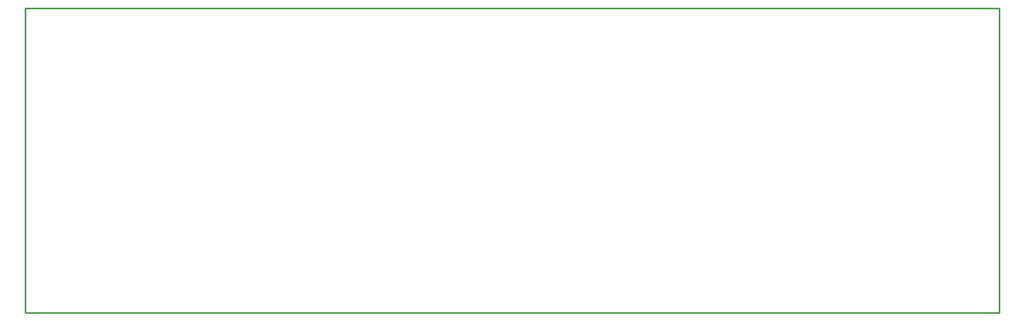
<source format=gko>
G04*
G04 #@! TF.GenerationSoftware,Altium Limited,Altium Designer,24.3.1 (35)*
G04*
G04 Layer_Color=16711833*
%FSLAX25Y25*%
%MOIN*%
G70*
G04*
G04 #@! TF.SameCoordinates,FD519535-7E5F-4FBF-A31B-089F6CA01B13*
G04*
G04*
G04 #@! TF.FilePolarity,Positive*
G04*
G01*
G75*
%ADD11C,0.00984*%
D11*
X118110Y314961D02*
X748032D01*
Y118110D02*
Y314961D01*
X118110Y118110D02*
X748032D01*
X118110D02*
Y314961D01*
M02*

</source>
